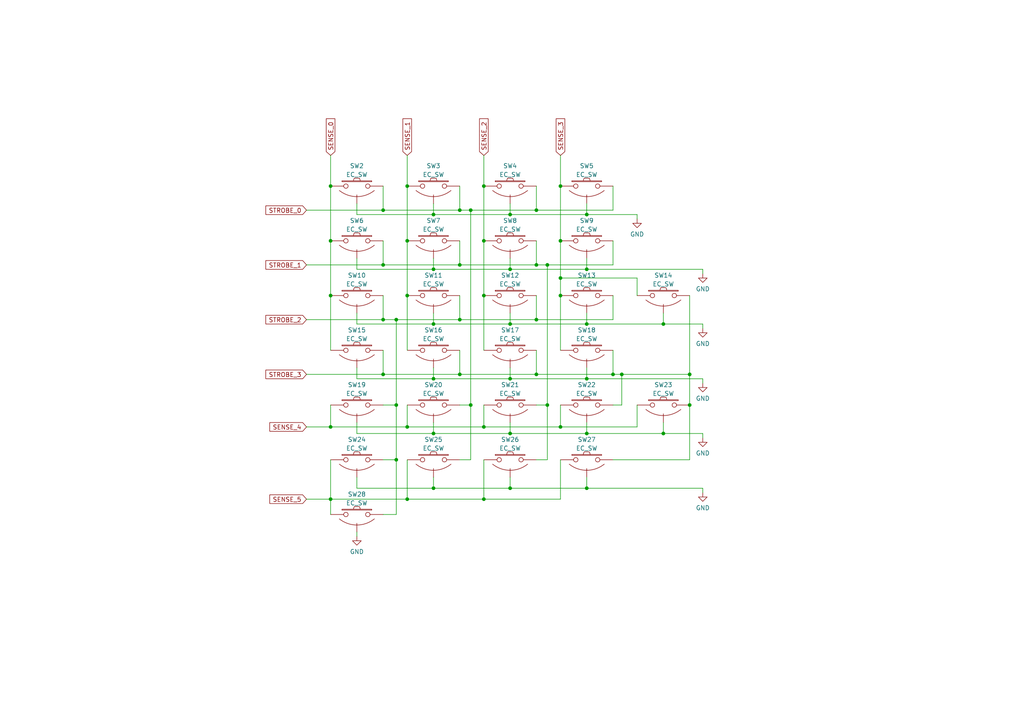
<source format=kicad_sch>
(kicad_sch (version 20231120) (generator "eeschema") (generator_version "8.0")
  (paper "A4")
  (title_block (title "EC23U") (date "2024-03-03") (rev "1.1") (company "LU.SV Solutions") (comment 1 "Cipulot PCB Design") (comment 2 "Cipulot") (comment 3 "CC-BY-NC-SA-4.0"))
  (lib_symbols
    (symbol "cipulot_parts:EC_SW" (pin_numbers hide) (pin_names (offset 1.016) hide)
      (property "Reference" "SW" (at 3.81 2.794 0))
      (property "Value" "EC_SW" (at -3.81 3.81 0))
      (symbol "EC_SW_0_1"
        (arc (start -5.08 -1.27) (mid 0 -3.052) (end 5.08 -1.27))
        (rectangle (start -4.318 1.27) (end 4.318 1.524))
        (polyline (pts (xy -1.016 1.524) (xy -0.762 2.286) (xy 0.762 2.286) (xy 1.016 1.524)))
        (pin passive inverted (at -7.62 0 0) (length 5.08) (name "1") (number "1"))
        (pin passive inverted (at 7.62 0 180) (length 5.08) (name "2") (number "2"))
      )
      (symbol "EC_SW_1_1"
        (pin input line (at 0 -5.08 90) (length 2.54) (name "SG") (number "3"))
      )
    )
    (symbol "power:GND" (power) (pin_names (offset 0))
      (property "Value" "GND" (at 0 -3.81 0))
      (symbol "GND_0_1"
        (polyline (pts (xy 0 0) (xy 0 -1.27) (xy 1.27 -1.27) (xy 0 -2.54) (xy -1.27 -1.27) (xy 0 -1.27)))
      )
      (symbol "GND_1_1"
        (pin power_in line (at 0 0 270) (length 0) hide (name "GND") (number "1"))
      )
    )
  )
  (junction (at 114.935 117.475))
  (junction (at 140.335 53.975))
  (junction (at 180.34 108.585))
  (junction (at 136.525 60.96))
  (junction (at 170.18 125.73))
  (junction (at 111.125 60.96))
  (junction (at 155.575 60.96))
  (junction (at 118.11 123.825))
  (junction (at 114.935 92.71))
  (junction (at 170.18 141.605))
  (junction (at 125.73 78.105))
  (junction (at 95.885 144.78))
  (junction (at 147.955 78.105))
  (junction (at 125.73 93.98))
  (junction (at 170.18 62.23))
  (junction (at 95.885 69.85))
  (junction (at 200.025 117.475))
  (junction (at 158.75 117.475))
  (junction (at 111.125 92.71))
  (junction (at 125.73 125.73))
  (junction (at 170.18 78.105))
  (junction (at 155.575 108.585))
  (junction (at 95.885 85.725))
  (junction (at 162.56 80.645))
  (junction (at 177.8 108.585))
  (junction (at 95.885 53.975))
  (junction (at 140.335 144.78))
  (junction (at 170.18 93.98))
  (junction (at 140.335 123.825))
  (junction (at 95.885 123.825))
  (junction (at 147.955 62.23))
  (junction (at 140.335 85.725))
  (junction (at 118.11 69.85))
  (junction (at 118.11 85.725))
  (junction (at 133.35 60.96))
  (junction (at 192.405 93.98))
  (junction (at 170.18 109.855))
  (junction (at 125.73 141.605))
  (junction (at 147.955 125.73))
  (junction (at 162.56 53.975))
  (junction (at 147.955 109.855))
  (junction (at 140.335 69.85))
  (junction (at 111.125 108.585))
  (junction (at 155.575 92.71))
  (junction (at 125.73 109.855))
  (junction (at 147.955 141.605))
  (junction (at 162.56 85.725))
  (junction (at 118.11 53.975))
  (junction (at 192.405 125.73))
  (junction (at 136.525 117.475))
  (junction (at 147.955 93.98))
  (junction (at 125.73 62.23))
  (junction (at 114.935 133.35))
  (junction (at 162.56 123.825))
  (junction (at 200.025 108.585))
  (junction (at 155.575 76.835))
  (junction (at 133.35 92.71))
  (junction (at 158.75 76.835))
  (junction (at 118.11 144.78))
  (junction (at 111.125 76.835))
  (junction (at 133.35 108.585))
  (junction (at 162.56 69.85))
  (junction (at 133.35 76.835))
  (wire (pts (xy 88.9 92.71) (xy 111.125 92.71)))
  (wire (pts (xy 147.955 74.93) (xy 147.955 78.105)))
  (wire (pts (xy 118.11 69.85) (xy 118.11 85.725)))
  (wire (pts (xy 140.335 45.085) (xy 140.335 53.975)))
  (wire (pts (xy 155.575 69.85) (xy 155.575 76.835)))
  (wire (pts (xy 203.835 141.605) (xy 203.835 142.875)))
  (wire (pts (xy 95.885 144.78) (xy 95.885 149.225)))
  (wire (pts (xy 133.35 85.725) (xy 133.35 92.71)))
  (wire (pts (xy 147.955 93.98) (xy 170.18 93.98)))
  (wire (pts (xy 118.11 123.825) (xy 140.335 123.825)))
  (wire (pts (xy 103.505 59.055) (xy 103.505 62.23)))
  (wire (pts (xy 158.75 133.35) (xy 158.75 117.475)))
  (wire (pts (xy 111.125 101.6) (xy 111.125 108.585)))
  (wire (pts (xy 162.56 80.645) (xy 184.785 80.645)))
  (wire (pts (xy 133.35 60.96) (xy 136.525 60.96)))
  (wire (pts (xy 147.955 62.23) (xy 170.18 62.23)))
  (wire (pts (xy 133.35 133.35) (xy 136.525 133.35)))
  (wire (pts (xy 118.11 53.975) (xy 118.11 69.85)))
  (wire (pts (xy 88.9 76.835) (xy 111.125 76.835)))
  (wire (pts (xy 111.125 108.585) (xy 133.35 108.585)))
  (wire (pts (xy 95.885 144.78) (xy 118.11 144.78)))
  (wire (pts (xy 114.935 117.475) (xy 114.935 92.71)))
  (wire (pts (xy 170.18 74.93) (xy 170.18 78.105)))
  (wire (pts (xy 140.335 85.725) (xy 140.335 101.6)))
  (wire (pts (xy 170.18 93.98) (xy 192.405 93.98)))
  (wire (pts (xy 111.125 76.835) (xy 133.35 76.835)))
  (wire (pts (xy 155.575 92.71) (xy 177.8 92.71)))
  (wire (pts (xy 125.73 109.855) (xy 147.955 109.855)))
  (wire (pts (xy 118.11 85.725) (xy 118.11 101.6)))
  (wire (pts (xy 170.18 138.43) (xy 170.18 141.605)))
  (wire (pts (xy 162.56 45.085) (xy 162.56 53.975)))
  (wire (pts (xy 177.8 53.975) (xy 177.8 60.96)))
  (wire (pts (xy 103.505 141.605) (xy 125.73 141.605)))
  (wire (pts (xy 140.335 69.85) (xy 140.335 85.725)))
  (wire (pts (xy 162.56 69.85) (xy 162.56 80.645)))
  (wire (pts (xy 103.505 109.855) (xy 125.73 109.855)))
  (wire (pts (xy 103.505 93.98) (xy 125.73 93.98)))
  (wire (pts (xy 111.125 85.725) (xy 111.125 92.71)))
  (wire (pts (xy 95.885 133.35) (xy 95.885 144.78)))
  (wire (pts (xy 147.955 141.605) (xy 170.18 141.605)))
  (wire (pts (xy 184.785 123.825) (xy 184.785 117.475)))
  (wire (pts (xy 162.56 123.825) (xy 184.785 123.825)))
  (wire (pts (xy 180.34 108.585) (xy 180.34 117.475)))
  (wire (pts (xy 200.025 108.585) (xy 200.025 117.475)))
  (wire (pts (xy 125.73 138.43) (xy 125.73 141.605)))
  (wire (pts (xy 140.335 133.35) (xy 140.335 144.78)))
  (wire (pts (xy 162.56 133.35) (xy 162.56 144.78)))
  (wire (pts (xy 111.125 60.96) (xy 133.35 60.96)))
  (wire (pts (xy 103.505 122.555) (xy 103.505 125.73)))
  (wire (pts (xy 95.885 45.085) (xy 95.885 53.975)))
  (wire (pts (xy 155.575 108.585) (xy 177.8 108.585)))
  (wire (pts (xy 114.935 149.225) (xy 114.935 133.35)))
  (wire (pts (xy 133.35 92.71) (xy 155.575 92.71)))
  (wire (pts (xy 111.125 149.225) (xy 114.935 149.225)))
  (wire (pts (xy 125.73 125.73) (xy 147.955 125.73)))
  (wire (pts (xy 200.025 85.725) (xy 200.025 108.585)))
  (wire (pts (xy 170.18 62.23) (xy 184.785 62.23)))
  (wire (pts (xy 133.35 117.475) (xy 136.525 117.475)))
  (wire (pts (xy 114.935 133.35) (xy 114.935 117.475)))
  (wire (pts (xy 170.18 90.805) (xy 170.18 93.98)))
  (wire (pts (xy 125.73 78.105) (xy 147.955 78.105)))
  (wire (pts (xy 192.405 93.98) (xy 203.835 93.98)))
  (wire (pts (xy 136.525 117.475) (xy 136.525 60.96)))
  (wire (pts (xy 111.125 53.975) (xy 111.125 60.96)))
  (wire (pts (xy 170.18 106.68) (xy 170.18 109.855)))
  (wire (pts (xy 95.885 123.825) (xy 118.11 123.825)))
  (wire (pts (xy 147.955 90.805) (xy 147.955 93.98)))
  (wire (pts (xy 170.18 59.055) (xy 170.18 62.23)))
  (wire (pts (xy 118.11 144.78) (xy 140.335 144.78)))
  (wire (pts (xy 147.955 78.105) (xy 170.18 78.105)))
  (wire (pts (xy 133.35 53.975) (xy 133.35 60.96)))
  (wire (pts (xy 136.525 60.96) (xy 155.575 60.96)))
  (wire (pts (xy 177.8 101.6) (xy 177.8 108.585)))
  (wire (pts (xy 133.35 69.85) (xy 133.35 76.835)))
  (wire (pts (xy 111.125 69.85) (xy 111.125 76.835)))
  (wire (pts (xy 203.835 125.73) (xy 203.835 127)))
  (wire (pts (xy 155.575 60.96) (xy 177.8 60.96)))
  (wire (pts (xy 162.56 117.475) (xy 162.56 123.825)))
  (wire (pts (xy 133.35 101.6) (xy 133.35 108.585)))
  (wire (pts (xy 133.35 76.835) (xy 155.575 76.835)))
  (wire (pts (xy 103.505 125.73) (xy 125.73 125.73)))
  (wire (pts (xy 155.575 85.725) (xy 155.575 92.71)))
  (wire (pts (xy 177.8 69.85) (xy 177.8 76.835)))
  (wire (pts (xy 203.835 78.105) (xy 203.835 79.375)))
  (wire (pts (xy 158.75 76.835) (xy 177.8 76.835)))
  (wire (pts (xy 200.025 133.35) (xy 200.025 117.475)))
  (wire (pts (xy 133.35 108.585) (xy 155.575 108.585)))
  (wire (pts (xy 111.125 92.71) (xy 114.935 92.71)))
  (wire (pts (xy 192.405 90.805) (xy 192.405 93.98)))
  (wire (pts (xy 103.505 106.68) (xy 103.505 109.855)))
  (wire (pts (xy 170.18 78.105) (xy 203.835 78.105)))
  (wire (pts (xy 118.11 133.35) (xy 118.11 144.78)))
  (wire (pts (xy 170.18 122.555) (xy 170.18 125.73)))
  (wire (pts (xy 177.8 133.35) (xy 200.025 133.35)))
  (wire (pts (xy 158.75 76.835) (xy 158.75 117.475)))
  (wire (pts (xy 111.125 117.475) (xy 114.935 117.475)))
  (wire (pts (xy 155.575 101.6) (xy 155.575 108.585)))
  (wire (pts (xy 125.73 90.805) (xy 125.73 93.98)))
  (wire (pts (xy 155.575 53.975) (xy 155.575 60.96)))
  (wire (pts (xy 170.18 109.855) (xy 203.835 109.855)))
  (wire (pts (xy 200.025 108.585) (xy 180.34 108.585)))
  (wire (pts (xy 180.34 108.585) (xy 177.8 108.585)))
  (wire (pts (xy 140.335 117.475) (xy 140.335 123.825)))
  (wire (pts (xy 192.405 122.555) (xy 192.405 125.73)))
  (wire (pts (xy 88.9 123.825) (xy 95.885 123.825)))
  (wire (pts (xy 147.955 59.055) (xy 147.955 62.23)))
  (wire (pts (xy 140.335 53.975) (xy 140.335 69.85)))
  (wire (pts (xy 170.18 125.73) (xy 192.405 125.73)))
  (wire (pts (xy 88.9 108.585) (xy 111.125 108.585)))
  (wire (pts (xy 147.955 125.73) (xy 170.18 125.73)))
  (wire (pts (xy 103.505 90.805) (xy 103.505 93.98)))
  (wire (pts (xy 125.73 141.605) (xy 147.955 141.605)))
  (wire (pts (xy 95.885 53.975) (xy 95.885 69.85)))
  (wire (pts (xy 95.885 85.725) (xy 95.885 101.6)))
  (wire (pts (xy 125.73 93.98) (xy 147.955 93.98)))
  (wire (pts (xy 118.11 117.475) (xy 118.11 123.825)))
  (wire (pts (xy 147.955 122.555) (xy 147.955 125.73)))
  (wire (pts (xy 162.56 144.78) (xy 140.335 144.78)))
  (wire (pts (xy 177.8 85.725) (xy 177.8 92.71)))
  (wire (pts (xy 203.835 93.98) (xy 203.835 95.25)))
  (wire (pts (xy 125.73 62.23) (xy 147.955 62.23)))
  (wire (pts (xy 88.9 60.96) (xy 111.125 60.96)))
  (wire (pts (xy 103.505 154.305) (xy 103.505 155.575)))
  (wire (pts (xy 95.885 69.85) (xy 95.885 85.725)))
  (wire (pts (xy 114.935 92.71) (xy 133.35 92.71)))
  (wire (pts (xy 147.955 138.43) (xy 147.955 141.605)))
  (wire (pts (xy 125.73 59.055) (xy 125.73 62.23)))
  (wire (pts (xy 140.335 123.825) (xy 162.56 123.825)))
  (wire (pts (xy 125.73 106.68) (xy 125.73 109.855)))
  (wire (pts (xy 103.505 74.93) (xy 103.505 78.105)))
  (wire (pts (xy 155.575 76.835) (xy 158.75 76.835)))
  (wire (pts (xy 147.955 109.855) (xy 170.18 109.855)))
  (wire (pts (xy 184.785 62.23) (xy 184.785 63.5)))
  (wire (pts (xy 111.125 133.35) (xy 114.935 133.35)))
  (wire (pts (xy 203.835 109.855) (xy 203.835 111.125)))
  (wire (pts (xy 155.575 117.475) (xy 158.75 117.475)))
  (wire (pts (xy 103.505 78.105) (xy 125.73 78.105)))
  (wire (pts (xy 162.56 53.975) (xy 162.56 69.85)))
  (wire (pts (xy 136.525 133.35) (xy 136.525 117.475)))
  (wire (pts (xy 95.885 117.475) (xy 95.885 123.825)))
  (wire (pts (xy 155.575 133.35) (xy 158.75 133.35)))
  (wire (pts (xy 192.405 125.73) (xy 203.835 125.73)))
  (wire (pts (xy 162.56 85.725) (xy 162.56 101.6)))
  (wire (pts (xy 170.18 141.605) (xy 203.835 141.605)))
  (wire (pts (xy 177.8 117.475) (xy 180.34 117.475)))
  (wire (pts (xy 103.505 138.43) (xy 103.505 141.605)))
  (wire (pts (xy 88.9 144.78) (xy 95.885 144.78)))
  (wire (pts (xy 103.505 62.23) (xy 125.73 62.23)))
  (wire (pts (xy 184.785 85.725) (xy 184.785 80.645)))
  (wire (pts (xy 118.11 45.085) (xy 118.11 53.975)))
  (wire (pts (xy 125.73 122.555) (xy 125.73 125.73)))
  (wire (pts (xy 147.955 106.68) (xy 147.955 109.855)))
  (wire (pts (xy 162.56 80.645) (xy 162.56 85.725)))
  (wire (pts (xy 125.73 74.93) (xy 125.73 78.105)))
  (global_label "SENSE_5" (shape input) (at 88.9 144.78 180) (property "Intersheetrefs" "${INTERSHEET_REFS}" (effects (hide yes))))
  (global_label "STROBE_1" (shape input) (at 88.9 76.835 180) (property "Intersheetrefs" "${INTERSHEET_REFS}" (effects (hide yes))))
  (global_label "SENSE_3" (shape input) (at 162.56 45.085 90) (property "Intersheetrefs" "${INTERSHEET_REFS}" (effects (hide yes))))
  (global_label "SENSE_1" (shape input) (at 118.11 45.085 90) (property "Intersheetrefs" "${INTERSHEET_REFS}" (effects (hide yes))))
  (global_label "STROBE_2" (shape input) (at 88.9 92.71 180) (property "Intersheetrefs" "${INTERSHEET_REFS}" (effects (hide yes))))
  (global_label "STROBE_0" (shape input) (at 88.9 60.96 180) (property "Intersheetrefs" "${INTERSHEET_REFS}" (effects (hide yes))))
  (global_label "SENSE_2" (shape input) (at 140.335 45.085 90) (property "Intersheetrefs" "${INTERSHEET_REFS}" (effects (hide yes))))
  (global_label "SENSE_4" (shape input) (at 88.9 123.825 180) (property "Intersheetrefs" "${INTERSHEET_REFS}" (effects (hide yes))))
  (global_label "SENSE_0" (shape input) (at 95.885 45.085 90) (property "Intersheetrefs" "${INTERSHEET_REFS}" (effects (hide yes))))
  (global_label "STROBE_3" (shape input) (at 88.9 108.585 180) (property "Intersheetrefs" "${INTERSHEET_REFS}" (effects (hide yes))))
  (symbol (lib_id "cipulot_parts:EC_SW") (at 103.505 133.35 0) (unit 1)
    (property "Reference" "SW24" (at 103.505 127.4912 0))
    (property "Value" "EC_SW" (at 103.505 130.0281 0))
    (property "Footprint" "cipulot_parts:ecs_pad_1U_no_ring" (effects (hide yes)))
  )
  (symbol (lib_id "cipulot_parts:EC_SW") (at 192.405 85.725 0) (mirror y) (unit 1)
    (property "Reference" "SW14" (at 192.405 79.8662 0))
    (property "Value" "EC_SW" (at 192.405 82.4031 0))
    (property "Footprint" "cipulot_parts:ecs_pad_2U_no_ring" (effects (hide yes)))
  )
  (symbol (lib_id "cipulot_parts:EC_SW") (at 170.18 53.975 0) (unit 1)
    (property "Reference" "SW5" (at 170.18 48.1162 0))
    (property "Value" "EC_SW" (at 170.18 50.6531 0))
    (property "Footprint" "cipulot_parts:ecs_pad_1U_no_ring" (effects (hide yes)))
  )
  (symbol (lib_id "cipulot_parts:EC_SW") (at 125.73 101.6 0) (unit 1)
    (property "Reference" "SW16" (at 125.73 95.7412 0))
    (property "Value" "EC_SW" (at 125.73 98.2781 0))
    (property "Footprint" "cipulot_parts:ecs_pad_1U_no_ring" (effects (hide yes)))
  )
  (symbol (lib_id "cipulot_parts:EC_SW") (at 103.505 69.85 0) (unit 1)
    (property "Reference" "SW6" (at 103.505 63.9912 0))
    (property "Value" "EC_SW" (at 103.505 66.5281 0))
    (property "Footprint" "cipulot_parts:ecs_pad_1U_no_ring" (effects (hide yes)))
  )
  (symbol (lib_id "cipulot_parts:EC_SW") (at 170.18 101.6 0) (unit 1)
    (property "Reference" "SW18" (at 170.18 95.7412 0))
    (property "Value" "EC_SW" (at 170.18 98.2781 0))
    (property "Footprint" "cipulot_parts:ecs_pad_1U_no_ring" (effects (hide yes)))
  )
  (symbol (lib_id "cipulot_parts:EC_SW") (at 170.18 85.725 0) (unit 1)
    (property "Reference" "SW13" (at 170.18 79.8662 0))
    (property "Value" "EC_SW" (at 170.18 82.4031 0))
    (property "Footprint" "cipulot_parts:ecs_pad_1U_no_ring" (effects (hide yes)))
  )
  (symbol (lib_id "cipulot_parts:EC_SW") (at 192.405 117.475 0) (unit 1)
    (property "Reference" "SW23" (at 192.405 111.6162 0))
    (property "Value" "EC_SW" (at 192.405 114.1531 0))
    (property "Footprint" "cipulot_parts:ecs_pad_2U_no_ring" (effects (hide yes)))
  )
  (symbol (lib_id "cipulot_parts:EC_SW") (at 147.955 69.85 0) (unit 1)
    (property "Reference" "SW8" (at 147.955 63.9912 0))
    (property "Value" "EC_SW" (at 147.955 66.5281 0))
    (property "Footprint" "cipulot_parts:ecs_pad_1U_no_ring" (effects (hide yes)))
  )
  (symbol (lib_id "cipulot_parts:EC_SW") (at 147.955 85.725 0) (unit 1)
    (property "Reference" "SW12" (at 147.955 79.8662 0))
    (property "Value" "EC_SW" (at 147.955 82.4031 0))
    (property "Footprint" "cipulot_parts:ecs_pad_1U_no_ring" (effects (hide yes)))
  )
  (symbol (lib_id "cipulot_parts:EC_SW") (at 125.73 53.975 0) (unit 1)
    (property "Reference" "SW3" (at 125.73 48.1162 0))
    (property "Value" "EC_SW" (at 125.73 50.6531 0))
    (property "Footprint" "cipulot_parts:ecs_pad_1U_no_ring" (effects (hide yes)))
  )
  (symbol (lib_id "cipulot_parts:EC_SW") (at 170.18 117.475 0) (unit 1)
    (property "Reference" "SW22" (at 170.18 111.6162 0))
    (property "Value" "EC_SW" (at 170.18 114.1531 0))
    (property "Footprint" "cipulot_parts:ecs_pad_1U_no_ring" (effects (hide yes)))
  )
  (symbol (lib_id "cipulot_parts:EC_SW") (at 103.505 53.975 0) (unit 1)
    (property "Reference" "SW2" (at 103.505 48.1162 0))
    (property "Value" "EC_SW" (at 103.505 50.6531 0))
    (property "Footprint" "cipulot_parts:ecs_pad_1U_no_ring" (effects (hide yes)))
  )
  (symbol (lib_id "cipulot_parts:EC_SW") (at 125.73 85.725 0) (unit 1)
    (property "Reference" "SW11" (at 125.73 79.8662 0))
    (property "Value" "EC_SW" (at 125.73 82.4031 0))
    (property "Footprint" "cipulot_parts:ecs_pad_1U_no_ring" (effects (hide yes)))
  )
  (symbol (lib_id "cipulot_parts:EC_SW") (at 147.955 101.6 0) (unit 1)
    (property "Reference" "SW17" (at 147.955 95.7412 0))
    (property "Value" "EC_SW" (at 147.955 98.2781 0))
    (property "Footprint" "cipulot_parts:ecs_pad_1U_no_ring" (effects (hide yes)))
  )
  (symbol (lib_id "cipulot_parts:EC_SW") (at 125.73 117.475 0) (unit 1)
    (property "Reference" "SW20" (at 125.73 111.6162 0))
    (property "Value" "EC_SW" (at 125.73 114.1531 0))
    (property "Footprint" "cipulot_parts:ecs_pad_1U_no_ring" (effects (hide yes)))
  )
  (symbol (lib_id "cipulot_parts:EC_SW") (at 170.18 69.85 0) (unit 1)
    (property "Reference" "SW9" (at 170.18 63.9912 0))
    (property "Value" "EC_SW" (at 170.18 66.5281 0))
    (property "Footprint" "cipulot_parts:ecs_pad_1U_no_ring" (effects (hide yes)))
  )
  (symbol (lib_id "power:GND") (at 184.785 63.5 0) (unit 1)
    (property "Reference" "#PWR039" (effects (hide yes)))
    (property "Value" "GND" (at 184.785 67.9434 0))
  )
  (symbol (lib_id "cipulot_parts:EC_SW") (at 103.505 101.6 0) (unit 1)
    (property "Reference" "SW15" (at 103.505 95.7412 0))
    (property "Value" "EC_SW" (at 103.505 98.2781 0))
    (property "Footprint" "cipulot_parts:ecs_pad_1U_no_ring" (effects (hide yes)))
  )
  (symbol (lib_id "power:GND") (at 203.835 95.25 0) (unit 1)
    (property "Reference" "#PWR041" (effects (hide yes)))
    (property "Value" "GND" (at 203.835 99.6934 0))
  )
  (symbol (lib_id "power:GND") (at 203.835 79.375 0) (unit 1)
    (property "Reference" "#PWR040" (effects (hide yes)))
    (property "Value" "GND" (at 203.835 83.8184 0))
  )
  (symbol (lib_id "cipulot_parts:EC_SW") (at 170.18 133.35 0) (unit 1)
    (property "Reference" "SW27" (at 170.18 127.4912 0))
    (property "Value" "EC_SW" (at 170.18 130.0281 0))
    (property "Footprint" "cipulot_parts:ecs_pad_1U_no_ring" (effects (hide yes)))
  )
  (symbol (lib_id "cipulot_parts:EC_SW") (at 147.955 117.475 0) (unit 1)
    (property "Reference" "SW21" (at 147.955 111.6162 0))
    (property "Value" "EC_SW" (at 147.955 114.1531 0))
    (property "Footprint" "cipulot_parts:ecs_pad_1U_no_ring" (effects (hide yes)))
  )
  (symbol (lib_id "cipulot_parts:EC_SW") (at 103.505 117.475 0) (unit 1)
    (property "Reference" "SW19" (at 103.505 111.6162 0))
    (property "Value" "EC_SW" (at 103.505 114.1531 0))
    (property "Footprint" "cipulot_parts:ecs_pad_1U_no_ring" (effects (hide yes)))
  )
  (symbol (lib_id "cipulot_parts:EC_SW") (at 103.505 85.725 0) (unit 1)
    (property "Reference" "SW10" (at 103.505 79.8662 0))
    (property "Value" "EC_SW" (at 103.505 82.4031 0))
    (property "Footprint" "cipulot_parts:ecs_pad_1U_no_ring" (effects (hide yes)))
  )
  (symbol (lib_id "cipulot_parts:EC_SW") (at 147.955 133.35 0) (unit 1)
    (property "Reference" "SW26" (at 147.955 127.4912 0))
    (property "Value" "EC_SW" (at 147.955 130.0281 0))
    (property "Footprint" "cipulot_parts:ecs_pad_1U_no_ring" (effects (hide yes)))
  )
  (symbol (lib_id "cipulot_parts:EC_SW") (at 103.505 149.225 0) (unit 1)
    (property "Reference" "SW28" (at 103.505 143.3662 0))
    (property "Value" "EC_SW" (at 103.505 145.9031 0))
    (property "Footprint" "cipulot_parts:ecs_pad_2U_no_ring" (effects (hide yes)))
  )
  (symbol (lib_id "power:GND") (at 203.835 111.125 0) (unit 1)
    (property "Reference" "#PWR042" (effects (hide yes)))
    (property "Value" "GND" (at 203.835 115.5684 0))
  )
  (symbol (lib_id "power:GND") (at 103.505 155.575 0) (unit 1)
    (property "Reference" "#PWR045" (effects (hide yes)))
    (property "Value" "GND" (at 103.505 160.0184 0))
  )
  (symbol (lib_id "cipulot_parts:EC_SW") (at 125.73 133.35 0) (unit 1)
    (property "Reference" "SW25" (at 125.73 127.4912 0))
    (property "Value" "EC_SW" (at 125.73 130.0281 0))
    (property "Footprint" "cipulot_parts:ecs_pad_1U_no_ring" (effects (hide yes)))
  )
  (symbol (lib_id "power:GND") (at 203.835 142.875 0) (unit 1)
    (property "Reference" "#PWR044" (effects (hide yes)))
    (property "Value" "GND" (at 203.835 147.3184 0))
  )
  (symbol (lib_id "cipulot_parts:EC_SW") (at 125.73 69.85 0) (unit 1)
    (property "Reference" "SW7" (at 125.73 63.9912 0))
    (property "Value" "EC_SW" (at 125.73 66.5281 0))
    (property "Footprint" "cipulot_parts:ecs_pad_1U_no_ring" (effects (hide yes)))
  )
  (symbol (lib_id "cipulot_parts:EC_SW") (at 147.955 53.975 0) (unit 1)
    (property "Reference" "SW4" (at 147.955 48.1162 0))
    (property "Value" "EC_SW" (at 147.955 50.6531 0))
    (property "Footprint" "cipulot_parts:ecs_pad_1U_no_ring" (effects (hide yes)))
  )
  (symbol (lib_id "power:GND") (at 203.835 127 0) (unit 1)
    (property "Reference" "#PWR043" (effects (hide yes)))
    (property "Value" "GND" (at 203.835 131.4434 0))
  )
)
</source>
